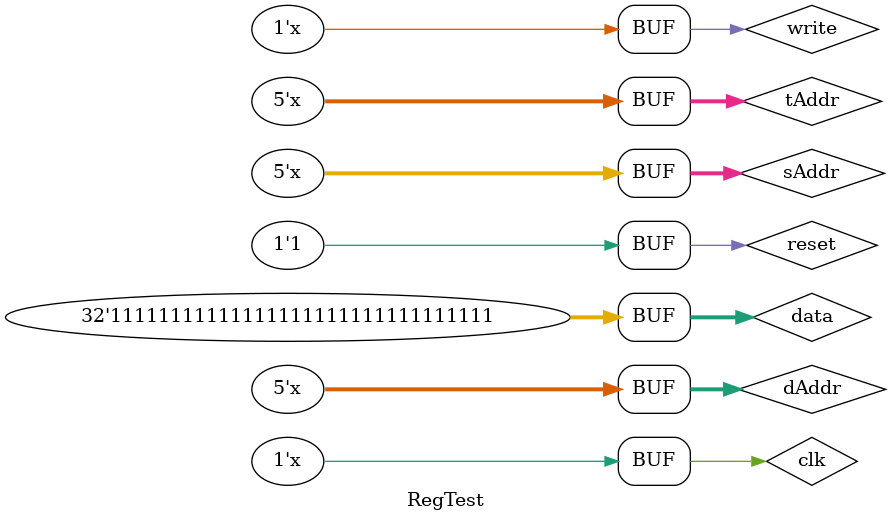
<source format=v>
`timescale 1ns / 1ps


module RegTest;

	// Inputs
	reg clk;
	reg reset;
	reg write;
	reg [4:0] dAddr;
	reg [31:0] data;
	reg [4:0] sAddr;
	reg [4:0] tAddr;

	// Outputs
	wire [31:0] sData;
	wire [31:0] tData;

	// Instantiate the Unit Under Test (UUT)
	Register uut (
		.clk(clk), 
		.reset(reset), 
		.write(write), 
		.dAddr(dAddr), 
		.data(data), 
		.sAddr(sAddr), 
		.tAddr(tAddr), 
		.sData(sData), 
		.tData(tData)
	);

	initial begin
		// Initialize Inputs
		clk = 0;
		reset = 0;
		write = 0;
		dAddr = 5'b1;
		data = 32'hffffffff;
		sAddr = 5'b0;
		tAddr = 5'b11111;
		
		
		
		#10 reset = 1;
		// Wait 100 ns for global reset to finish
		#100;
		// Add stimulus here
	end

	always begin
		#5 clk = clk+1;
		tAddr = tAddr-1;
		sAddr = sAddr+1;
	end
   
	always begin
		#4.5 write = write + 1;
	end;
	
	always begin
		#3 dAddr = dAddr+1;
	end
	
	
	
endmodule


</source>
